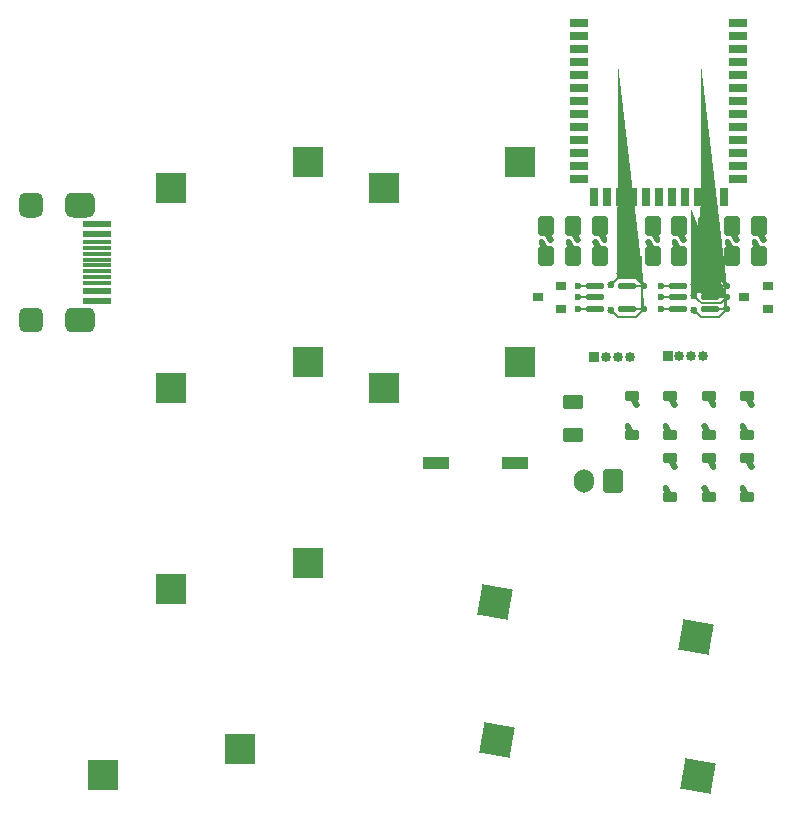
<source format=gbr>
%TF.GenerationSoftware,KiCad,Pcbnew,(5.99.0-11706-g59ad333650)*%
%TF.CreationDate,2021-08-22T22:29:06-05:00*%
%TF.ProjectId,lightwing_prototype,6c696768-7477-4696-9e67-5f70726f746f,rev?*%
%TF.SameCoordinates,Original*%
%TF.FileFunction,Copper,L1,Top*%
%TF.FilePolarity,Positive*%
%FSLAX46Y46*%
G04 Gerber Fmt 4.6, Leading zero omitted, Abs format (unit mm)*
G04 Created by KiCad (PCBNEW (5.99.0-11706-g59ad333650)) date 2021-08-22 22:29:06*
%MOMM*%
%LPD*%
G01*
G04 APERTURE LIST*
G04 Aperture macros list*
%AMRoundRect*
0 Rectangle with rounded corners*
0 $1 Rounding radius*
0 $2 $3 $4 $5 $6 $7 $8 $9 X,Y pos of 4 corners*
0 Add a 4 corners polygon primitive as box body*
4,1,4,$2,$3,$4,$5,$6,$7,$8,$9,$2,$3,0*
0 Add four circle primitives for the rounded corners*
1,1,$1+$1,$2,$3*
1,1,$1+$1,$4,$5*
1,1,$1+$1,$6,$7*
1,1,$1+$1,$8,$9*
0 Add four rect primitives between the rounded corners*
20,1,$1+$1,$2,$3,$4,$5,0*
20,1,$1+$1,$4,$5,$6,$7,0*
20,1,$1+$1,$6,$7,$8,$9,0*
20,1,$1+$1,$8,$9,$2,$3,0*%
%AMRotRect*
0 Rectangle, with rotation*
0 The origin of the aperture is its center*
0 $1 length*
0 $2 width*
0 $3 Rotation angle, in degrees counterclockwise*
0 Add horizontal line*
21,1,$1,$2,0,0,$3*%
%AMFreePoly0*
4,1,36,0.150000,0.259808,0.229813,0.192836,0.281908,0.102606,0.285894,0.080000,0.722099,0.080000,0.743696,0.124776,0.813268,0.180215,0.900000,0.200000,2.000349,0.200000,2.087046,0.180064,2.156522,0.124503,2.195030,0.044310,2.194952,-0.044650,2.156304,-0.124776,2.086732,-0.180215,2.000000,-0.200000,0.899651,-0.200000,0.812954,-0.180064,0.743478,-0.124503,0.722108,-0.080000,
0.285894,-0.080000,0.281908,-0.102606,0.229813,-0.192836,0.150000,-0.259808,0.052094,-0.295442,-0.052094,-0.295442,-0.150000,-0.259808,-0.229813,-0.192836,-0.281908,-0.102606,-0.300000,0.000000,-0.281908,0.102606,-0.229813,0.192836,-0.150000,0.259808,-0.052094,0.295442,0.052094,0.295442,0.150000,0.259808,0.150000,0.259808,$1*%
%AMFreePoly1*
4,1,36,0.150000,0.259808,0.229813,0.192836,0.281908,0.102606,0.300000,0.000000,0.281908,-0.102606,0.229813,-0.192836,0.150000,-0.259808,0.052094,-0.295442,-0.052094,-0.295442,-0.150000,-0.259808,-0.229813,-0.192836,-0.281908,-0.102606,-0.285894,-0.080000,-0.722099,-0.080000,-0.743696,-0.124776,-0.813268,-0.180215,-0.900000,-0.200000,-2.000349,-0.200000,-2.087046,-0.180064,-2.156522,-0.124503,
-2.195030,-0.044310,-2.194952,0.044650,-2.156304,0.124776,-2.086732,0.180215,-2.000000,0.200000,-0.899651,0.200000,-0.812954,0.180064,-0.743478,0.124503,-0.722108,0.080000,-0.285894,0.080000,-0.281908,0.102606,-0.229813,0.192836,-0.150000,0.259808,-0.052094,0.295442,0.052094,0.295442,0.150000,0.259808,0.150000,0.259808,$1*%
%AMFreePoly2*
4,1,54,0.150000,0.259808,0.229813,0.192836,0.281908,0.102606,0.300000,0.000000,0.281908,-0.102606,0.229813,-0.192836,0.150000,-0.259808,0.052094,-0.295442,-0.052094,-0.295442,-0.147559,-0.260696,-0.618431,-0.731569,-0.622499,-0.734418,-0.623577,-0.736284,-0.626884,-0.737488,-0.641191,-0.747505,-0.658589,-0.749027,-0.675000,-0.755000,-2.200000,-0.755000,-2.204890,-0.754138,-2.206973,-0.754696,
-2.210165,-0.753208,-2.227362,-0.750175,-2.240740,-0.738949,-2.256569,-0.731568,-2.638217,-0.349921,-2.650000,-0.359808,-2.747906,-0.395442,-2.852094,-0.395442,-2.950000,-0.359808,-3.029813,-0.292836,-3.081908,-0.202606,-3.100000,-0.100000,-3.081908,0.002606,-3.029813,0.092836,-2.950000,0.159808,-2.852094,0.195442,-2.747906,0.195442,-2.650000,0.159808,-2.570187,0.092836,-2.518092,0.002606,
-2.500000,-0.100000,-2.518092,-0.202606,-2.533159,-0.228703,-2.166863,-0.595000,-0.708138,-0.595000,-0.257690,-0.144553,-0.281908,-0.102606,-0.300000,0.000000,-0.281908,0.102606,-0.229813,0.192836,-0.150000,0.259808,-0.052094,0.295442,0.052094,0.295442,0.150000,0.259808,0.150000,0.259808,$1*%
%AMFreePoly3*
4,1,54,-2.650000,0.359808,-2.570187,0.292836,-2.518092,0.202606,-2.500000,0.100000,-2.518092,-0.002606,-2.540412,-0.041264,-2.168058,-0.395000,-0.508138,-0.395000,-0.257690,-0.144552,-0.281908,-0.102606,-0.300000,0.000000,-0.281908,0.102606,-0.229813,0.192836,-0.150000,0.259808,-0.052094,0.295442,0.052094,0.295442,0.150000,0.259808,0.229813,0.192836,0.281908,0.102606,0.300000,0.000000,
0.281908,-0.102606,0.229813,-0.192836,0.150000,-0.259808,0.052094,-0.295442,-0.052094,-0.295442,-0.147559,-0.260696,-0.418431,-0.531569,-0.422499,-0.534418,-0.423577,-0.536284,-0.426884,-0.537488,-0.441191,-0.547505,-0.458589,-0.549027,-0.475000,-0.555000,-2.200000,-0.555000,-2.203406,-0.554399,-2.204927,-0.554849,-2.207697,-0.553643,-2.227362,-0.550175,-2.239987,-0.539581,-2.255100,-0.533000,
-2.648903,-0.158887,-2.650000,-0.159808,-2.747906,-0.195442,-2.852094,-0.195442,-2.950000,-0.159808,-3.029813,-0.092836,-3.081908,-0.002606,-3.100000,0.100000,-3.081908,0.202606,-3.029813,0.292836,-2.950000,0.359808,-2.852094,0.395442,-2.747906,0.395442,-2.650000,0.359808,-2.650000,0.359808,$1*%
%AMFreePoly4*
4,1,54,-0.670110,0.754138,-0.668027,0.754696,-0.664835,0.753207,-0.647638,0.750175,-0.634262,0.738951,-0.618431,0.731569,-0.147559,0.260696,-0.052094,0.295442,0.052094,0.295442,0.150000,0.259808,0.229813,0.192836,0.281908,0.102606,0.300000,0.000000,0.281908,-0.102606,0.229813,-0.192836,0.150000,-0.259808,0.052094,-0.295442,-0.052094,-0.295442,-0.150000,-0.259808,-0.229813,-0.192836,
-0.281908,-0.102606,-0.300000,0.000000,-0.281908,0.102606,-0.257690,0.144553,-0.708138,0.595000,-2.166863,0.595000,-2.533159,0.228703,-2.518092,0.202606,-2.500000,0.100000,-2.518092,-0.002606,-2.570187,-0.092836,-2.650000,-0.159808,-2.747906,-0.195442,-2.852094,-0.195442,-2.950000,-0.159808,-3.029813,-0.092836,-3.081908,-0.002606,-3.100000,0.100000,-3.081908,0.202606,-3.029813,0.292836,
-2.950000,0.359808,-2.852094,0.395442,-2.747906,0.395442,-2.650000,0.359808,-2.638217,0.349921,-2.256569,0.731568,-2.252502,0.734416,-2.251423,0.736284,-2.248113,0.737489,-2.233809,0.747504,-2.216414,0.749026,-2.200000,0.755000,-0.675000,0.755000,-0.670110,0.754138,-0.670110,0.754138,$1*%
%AMFreePoly5*
4,1,19,0.080057,0.237171,0.164801,0.188864,0.224607,0.111803,0.250371,0.017722,0.238171,-0.079057,0.189864,-0.163800,0.112803,-0.223607,-0.649197,-0.604607,-0.743278,-0.630371,-0.840057,-0.618171,-0.924800,-0.569864,-0.984607,-0.492803,-1.010371,-0.398722,-0.998171,-0.301943,-0.949864,-0.217200,-0.872803,-0.157393,-0.110803,0.223607,-0.016722,0.249371,0.080057,0.237171,0.080057,0.237171,
$1*%
%AMFreePoly6*
4,1,19,0.841057,0.618171,0.925801,0.569864,0.985607,0.492803,1.011371,0.398722,0.999171,0.301943,0.950864,0.217200,0.873803,0.157393,0.111803,-0.223607,0.017722,-0.249371,-0.079057,-0.237171,-0.163800,-0.188864,-0.223607,-0.111803,-0.249371,-0.017722,-0.237171,0.079057,-0.188864,0.163800,-0.111803,0.223607,0.650197,0.604607,0.744278,0.630371,0.841057,0.618171,0.841057,0.618171,
$1*%
G04 Aperture macros list end*
%TA.AperFunction,SMDPad,CuDef*%
%ADD10R,0.900000X0.800000*%
%TD*%
%TA.AperFunction,SMDPad,CuDef*%
%ADD11R,2.160000X1.120000*%
%TD*%
%TA.AperFunction,ComponentPad*%
%ADD12C,0.600000*%
%TD*%
%TA.AperFunction,SMDPad,CuDef*%
%ADD13FreePoly0,0.000000*%
%TD*%
%TA.AperFunction,SMDPad,CuDef*%
%ADD14RoundRect,0.123750X-0.656250X-0.123750X0.656250X-0.123750X0.656250X0.123750X-0.656250X0.123750X0*%
%TD*%
%TA.AperFunction,SMDPad,CuDef*%
%ADD15FreePoly1,0.000000*%
%TD*%
%TA.AperFunction,SMDPad,CuDef*%
%ADD16FreePoly2,0.000000*%
%TD*%
%TA.AperFunction,SMDPad,CuDef*%
%ADD17FreePoly3,0.000000*%
%TD*%
%TA.AperFunction,SMDPad,CuDef*%
%ADD18FreePoly4,0.000000*%
%TD*%
%TA.AperFunction,SMDPad,CuDef*%
%ADD19RoundRect,0.225000X-0.375000X0.225000X-0.375000X-0.225000X0.375000X-0.225000X0.375000X0.225000X0*%
%TD*%
%TA.AperFunction,ComponentPad*%
%ADD20C,0.500000*%
%TD*%
%TA.AperFunction,SMDPad,CuDef*%
%ADD21FreePoly5,270.000000*%
%TD*%
%TA.AperFunction,SMDPad,CuDef*%
%ADD22FreePoly6,270.000000*%
%TD*%
%TA.AperFunction,SMDPad,CuDef*%
%ADD23R,1.524000X0.700000*%
%TD*%
%TA.AperFunction,SMDPad,CuDef*%
%ADD24R,0.700000X1.524000*%
%TD*%
%TA.AperFunction,SMDPad,CuDef*%
%ADD25RotRect,2.600000X2.600000X80.000000*%
%TD*%
%TA.AperFunction,SMDPad,CuDef*%
%ADD26RoundRect,0.350000X-0.350000X0.500500X-0.350000X-0.500500X0.350000X-0.500500X0.350000X0.500500X0*%
%TD*%
%TA.AperFunction,SMDPad,CuDef*%
%ADD27R,2.600000X2.600000*%
%TD*%
%TA.AperFunction,ComponentPad*%
%ADD28RoundRect,0.250000X0.600000X0.750000X-0.600000X0.750000X-0.600000X-0.750000X0.600000X-0.750000X0*%
%TD*%
%TA.AperFunction,ComponentPad*%
%ADD29O,1.700000X2.000000*%
%TD*%
%TA.AperFunction,SMDPad,CuDef*%
%ADD30FreePoly6,90.000000*%
%TD*%
%TA.AperFunction,SMDPad,CuDef*%
%ADD31RoundRect,0.350000X0.350000X-0.500500X0.350000X0.500500X-0.350000X0.500500X-0.350000X-0.500500X0*%
%TD*%
%TA.AperFunction,SMDPad,CuDef*%
%ADD32FreePoly5,90.000000*%
%TD*%
%TA.AperFunction,ComponentPad*%
%ADD33R,0.850000X0.850000*%
%TD*%
%TA.AperFunction,ComponentPad*%
%ADD34O,0.850000X0.850000*%
%TD*%
%TA.AperFunction,SMDPad,CuDef*%
%ADD35R,2.450000X0.570000*%
%TD*%
%TA.AperFunction,SMDPad,CuDef*%
%ADD36R,2.450000X0.300000*%
%TD*%
%TA.AperFunction,SMDPad,CuDef*%
%ADD37RoundRect,0.500000X-0.500000X0.550000X-0.500000X-0.550000X0.500000X-0.550000X0.500000X0.550000X0*%
%TD*%
%TA.AperFunction,ComponentPad*%
%ADD38O,2.100000X1.000000*%
%TD*%
%TA.AperFunction,SMDPad,CuDef*%
%ADD39RoundRect,0.525000X-0.725000X0.525000X-0.725000X-0.525000X0.725000X-0.525000X0.725000X0.525000X0*%
%TD*%
%TA.AperFunction,ComponentPad*%
%ADD40O,1.600000X1.000000*%
%TD*%
%TA.AperFunction,SMDPad,CuDef*%
%ADD41RoundRect,0.250000X0.625000X-0.375000X0.625000X0.375000X-0.625000X0.375000X-0.625000X-0.375000X0*%
%TD*%
G04 APERTURE END LIST*
D10*
%TO.P,Q1,1,G*%
%TO.N,VBUS*%
X119250000Y-58700000D03*
%TO.P,Q1,2,S*%
%TO.N,Net-(C3-Pad1)*%
X119250000Y-56800000D03*
%TO.P,Q1,3,D*%
%TO.N,VBAT*%
X117250000Y-57750000D03*
%TD*%
D11*
%TO.P,SW19,1*%
%TO.N,VBAT*%
X108635000Y-71750000D03*
%TO.P,SW19,2*%
%TO.N,VBAT_IN*%
X115365000Y-71750000D03*
%TD*%
D12*
%TO.P,U4,1,I/O1*%
%TO.N,D-*%
X127700000Y-56800000D03*
D13*
X127700000Y-56800000D03*
D14*
X129150000Y-56800000D03*
%TO.P,U4,2,GND*%
%TO.N,GND*%
X129150000Y-57750000D03*
D12*
X127700000Y-57750000D03*
D13*
X127700000Y-57750000D03*
D14*
%TO.P,U4,3,I/O2*%
%TO.N,D+*%
X129150000Y-58700000D03*
D13*
X127700000Y-58700000D03*
D12*
X127700000Y-58700000D03*
D15*
%TO.P,U4,4,I/O2*%
%TO.N,D_plus*%
X133300000Y-58700000D03*
D12*
X133300000Y-58700000D03*
D14*
X131850000Y-58700000D03*
D12*
X130500000Y-58800000D03*
D16*
X133300000Y-58700000D03*
D14*
%TO.P,U4,5,VBUS*%
%TO.N,VBUS*%
X131850000Y-57750000D03*
D12*
X133300000Y-57750000D03*
X130500000Y-57650000D03*
D17*
X133300000Y-57750000D03*
D15*
X133300000Y-57750000D03*
D12*
%TO.P,U4,6,I/O1*%
%TO.N,D_minus*%
X133300000Y-56800000D03*
D14*
X131850000Y-56800000D03*
D12*
X130500000Y-56700000D03*
D18*
X133300000Y-56800000D03*
D15*
X133300000Y-56800000D03*
%TD*%
D19*
%TO.P,D15,2,A*%
%TO.N,Net-(D15-Pad2)*%
X131750000Y-69400000D03*
D20*
X131369000Y-68620000D03*
D21*
X131750000Y-69401000D03*
D20*
X131369000Y-68620000D03*
%TO.P,D15,1,K*%
%TO.N,ROW0*%
X132131000Y-66861000D03*
D19*
X131750000Y-66100000D03*
D22*
X131750000Y-66099000D03*
D20*
X132131000Y-66861000D03*
%TD*%
D23*
%TO.P,U3,1,GND*%
%TO.N,GND*%
X120750000Y-34549000D03*
%TO.P,U3,2,P1.11*%
%TO.N,unconnected-(U3-Pad2)*%
X120750000Y-35649000D03*
%TO.P,U3,3,P1.10*%
%TO.N,unconnected-(U3-Pad3)*%
X120750000Y-36749000D03*
%TO.P,U3,4,P1.13*%
%TO.N,unconnected-(U3-Pad4)*%
X120750000Y-37849000D03*
%TO.P,U3,5,P1.15*%
%TO.N,unconnected-(U3-Pad5)*%
X120750000Y-38949000D03*
%TO.P,U3,6,P0.03*%
%TO.N,ROW3*%
X120750000Y-40049000D03*
%TO.P,U3,7,P0.02*%
%TO.N,ROW2*%
X120750000Y-41149000D03*
%TO.P,U3,8,P0.28*%
%TO.N,ROW1*%
X120750000Y-42249000D03*
%TO.P,U3,9,P0.29*%
%TO.N,ROW0*%
X120750000Y-43349000D03*
%TO.P,U3,10,P0.30*%
%TO.N,BVOLT*%
X120750000Y-44449000D03*
%TO.P,U3,11,P0.31*%
%TO.N,unconnected-(U3-Pad11)*%
X120750000Y-45549000D03*
%TO.P,U3,12,P0.04*%
%TO.N,unconnected-(U3-Pad12)*%
X120750000Y-46649000D03*
%TO.P,U3,13,P0.05*%
%TO.N,unconnected-(U3-Pad13)*%
X120750000Y-47749000D03*
D24*
%TO.P,U3,14,VDD_nRF*%
%TO.N,+3V3*%
X122000000Y-49249000D03*
%TO.P,U3,15,P0.07*%
%TO.N,unconnected-(U3-Pad15)*%
X123100000Y-49249000D03*
%TO.P,U3,16,P1.09*%
%TO.N,unconnected-(U3-Pad16)*%
X124200000Y-49249000D03*
%TO.P,U3,17,P0.12*%
%TO.N,unconnected-(U3-Pad17)*%
X125300000Y-49249000D03*
%TO.P,U3,18,P0.23*%
%TO.N,SDA*%
X126400000Y-49249000D03*
%TO.P,U3,19,P0.21*%
%TO.N,SCL*%
X127500000Y-49249000D03*
%TO.P,U3,20,P0.19*%
%TO.N,unconnected-(U3-Pad20)*%
X128600000Y-49249000D03*
%TO.P,U3,21,P0.18/RESET*%
%TO.N,RESET*%
X129700000Y-49249000D03*
%TO.P,U3,22,VBUS*%
%TO.N,VBUS*%
X130800000Y-49249000D03*
%TO.P,U3,23,D-*%
%TO.N,D-*%
X131900000Y-49249000D03*
%TO.P,U3,24,D+*%
%TO.N,D+*%
X133000000Y-49249000D03*
D23*
%TO.P,U3,25,GND*%
%TO.N,GND*%
X134250000Y-47749000D03*
%TO.P,U3,26,P0.22*%
%TO.N,COL5*%
X134250000Y-46649000D03*
%TO.P,U3,27,P1.00*%
%TO.N,COL3*%
X134250000Y-45549000D03*
%TO.P,U3,28,P1.03*%
%TO.N,COL2*%
X134250000Y-44449000D03*
%TO.P,U3,29,P1.01*%
%TO.N,COL1*%
X134250000Y-43349000D03*
%TO.P,U3,30,P1.02*%
%TO.N,COL0*%
X134250000Y-42249000D03*
%TO.P,U3,31,SWDCLK*%
%TO.N,SWDCLK*%
X134250000Y-41149000D03*
%TO.P,U3,32,SWDIO*%
%TO.N,SWDIO*%
X134250000Y-40049000D03*
%TO.P,U3,33,P1.04*%
%TO.N,BLUE_LED*%
X134250000Y-38949000D03*
%TO.P,U3,34,P1.06*%
%TO.N,unconnected-(U3-Pad34)*%
X134250000Y-37849000D03*
%TO.P,U3,35,P0.09*%
%TO.N,unconnected-(U3-Pad35)*%
X134250000Y-36749000D03*
%TO.P,U3,36,P0.10*%
%TO.N,unconnected-(U3-Pad36)*%
X134250000Y-35649000D03*
%TO.P,U3,37,GND*%
%TO.N,GND*%
X134250000Y-34549000D03*
%TD*%
D25*
%TO.P,SW14,1,1*%
%TO.N,COL3*%
X113790908Y-95258452D03*
%TO.P,SW14,2,2*%
%TO.N,Net-(D14-Pad2)*%
X113629968Y-83501897D03*
%TD*%
D20*
%TO.P,D17,2,A*%
%TO.N,Net-(D17-Pad2)*%
X134619000Y-73870000D03*
D21*
X135000000Y-74651000D03*
D19*
X135000000Y-74650000D03*
D20*
X134619000Y-73870000D03*
%TO.P,D17,1,K*%
%TO.N,ROW3*%
X135381000Y-72111000D03*
D19*
X135000000Y-71350000D03*
D22*
X135000000Y-71349000D03*
D20*
X135381000Y-72111000D03*
%TD*%
D25*
%TO.P,SW17,1,1*%
%TO.N,COL4*%
X130790908Y-98258452D03*
%TO.P,SW17,2,2*%
%TO.N,Net-(D17-Pad2)*%
X130629968Y-86501897D03*
%TD*%
D26*
%TO.P,C1,1*%
%TO.N,VBUS*%
X127000000Y-51748000D03*
D20*
X127381000Y-52910000D03*
D22*
X127000000Y-52148000D03*
D26*
%TO.P,C1,2*%
%TO.N,GND*%
X127000000Y-54250000D03*
D21*
X127000000Y-53850000D03*
D20*
X126619000Y-53069000D03*
%TD*%
D22*
%TO.P,D13,1,K*%
%TO.N,ROW2*%
X135000000Y-66099000D03*
D20*
X135381000Y-66861000D03*
D19*
X135000000Y-66100000D03*
D20*
X135381000Y-66861000D03*
D21*
%TO.P,D13,2,A*%
%TO.N,Net-(D13-Pad2)*%
X135000000Y-69401000D03*
D20*
X134619000Y-68620000D03*
D19*
X135000000Y-69400000D03*
D20*
X134619000Y-68620000D03*
%TD*%
D27*
%TO.P,SW12,1,1*%
%TO.N,COL3*%
X86225000Y-65450000D03*
%TO.P,SW12,2,2*%
%TO.N,Net-(D12-Pad2)*%
X97775000Y-63250000D03*
%TD*%
D28*
%TO.P,J2,1,Pin_1*%
%TO.N,VBAT_IN*%
X123650000Y-73300000D03*
D29*
%TO.P,J2,2,Pin_2*%
%TO.N,GND*%
X121150000Y-73300000D03*
%TD*%
D21*
%TO.P,D11,2,A*%
%TO.N,Net-(D11-Pad2)*%
X128500000Y-69401000D03*
D19*
X128500000Y-69400000D03*
D20*
X128119000Y-68620000D03*
X128119000Y-68620000D03*
D19*
%TO.P,D11,1,K*%
%TO.N,ROW0*%
X128500000Y-66100000D03*
D20*
X128881000Y-66861000D03*
X128881000Y-66861000D03*
D22*
X128500000Y-66099000D03*
%TD*%
D30*
%TO.P,R3,1*%
%TO.N,Net-(R3-Pad1)*%
X124750000Y-53850000D03*
D20*
X124369000Y-53088000D03*
D31*
X124750000Y-54250000D03*
%TO.P,R3,2*%
%TO.N,GND*%
X124750000Y-51748000D03*
D20*
X125131000Y-52929000D03*
D32*
X124750000Y-52148000D03*
%TD*%
D27*
%TO.P,SW13,1,1*%
%TO.N,COL3*%
X86225000Y-82450000D03*
%TO.P,SW13,2,2*%
%TO.N,Net-(D13-Pad2)*%
X97775000Y-80250000D03*
%TD*%
D26*
%TO.P,R7,1*%
%TO.N,BVOLT*%
X122500000Y-51748000D03*
D20*
X122881000Y-52910000D03*
D22*
X122500000Y-52148000D03*
D21*
%TO.P,R7,2*%
%TO.N,GND*%
X122500000Y-53850000D03*
D26*
X122500000Y-54250000D03*
D20*
X122119000Y-53069000D03*
%TD*%
D33*
%TO.P,J4,1,Pin_1*%
%TO.N,GND*%
X128250000Y-62750000D03*
D34*
%TO.P,J4,2,Pin_2*%
%TO.N,SWDCLK*%
X129250000Y-62750000D03*
%TO.P,J4,3,Pin_3*%
%TO.N,SWDIO*%
X130250000Y-62750000D03*
%TO.P,J4,4,Pin_4*%
%TO.N,+3V3*%
X131250000Y-62750000D03*
%TD*%
D27*
%TO.P,SW10,1,1*%
%TO.N,COL2*%
X80475000Y-98200000D03*
%TO.P,SW10,2,2*%
%TO.N,Net-(D10-Pad2)*%
X92025000Y-96000000D03*
%TD*%
%TO.P,SW11,1,1*%
%TO.N,COL3*%
X86225000Y-48450000D03*
%TO.P,SW11,2,2*%
%TO.N,Net-(D11-Pad2)*%
X97775000Y-46250000D03*
%TD*%
%TO.P,SW16,1,1*%
%TO.N,COL4*%
X104225000Y-65450000D03*
%TO.P,SW16,2,2*%
%TO.N,Net-(D16-Pad2)*%
X115775000Y-63250000D03*
%TD*%
D26*
%TO.P,C5,1*%
%TO.N,VBUS*%
X131500000Y-51749000D03*
D22*
X131500000Y-52149000D03*
D20*
X131881000Y-52911000D03*
D26*
%TO.P,C5,2*%
%TO.N,GND*%
X131500000Y-54251000D03*
D21*
X131500000Y-53851000D03*
D20*
X131119000Y-53070000D03*
%TD*%
%TO.P,D12,1,K*%
%TO.N,ROW1*%
X125631000Y-66861000D03*
D22*
X125250000Y-66099000D03*
D19*
X125250000Y-66100000D03*
D20*
X125631000Y-66861000D03*
%TO.P,D12,2,A*%
%TO.N,Net-(D12-Pad2)*%
X124869000Y-68620000D03*
D19*
X125250000Y-69400000D03*
D21*
X125250000Y-69401000D03*
D20*
X124869000Y-68620000D03*
%TD*%
D33*
%TO.P,J3,1,Pin_1*%
%TO.N,GND*%
X122050000Y-62840000D03*
D34*
%TO.P,J3,2,Pin_2*%
%TO.N,+5V*%
X123050000Y-62840000D03*
%TO.P,J3,3,Pin_3*%
%TO.N,SCL*%
X124050000Y-62840000D03*
%TO.P,J3,4,Pin_4*%
%TO.N,SDA*%
X125050000Y-62840000D03*
%TD*%
D20*
%TO.P,R5,1*%
%TO.N,VBUS*%
X129631000Y-52911000D03*
D22*
X129250000Y-52149000D03*
D26*
X129250000Y-51749000D03*
D20*
%TO.P,R5,2*%
%TO.N,GND*%
X128869000Y-53070000D03*
D26*
X129250000Y-54251000D03*
D21*
X129250000Y-53851000D03*
%TD*%
D19*
%TO.P,D14,2,A*%
%TO.N,Net-(D14-Pad2)*%
X131750000Y-74650000D03*
D21*
X131750000Y-74651000D03*
D20*
X131369000Y-73870000D03*
X131369000Y-73870000D03*
D22*
%TO.P,D14,1,K*%
%TO.N,ROW3*%
X131750000Y-71349000D03*
D20*
X132131000Y-72111000D03*
X132131000Y-72111000D03*
D19*
X131750000Y-71350000D03*
%TD*%
D31*
%TO.P,C3,1*%
%TO.N,Net-(C3-Pad1)*%
X133750000Y-54250000D03*
D20*
X133369000Y-53088000D03*
D30*
X133750000Y-53850000D03*
D20*
%TO.P,C3,2*%
%TO.N,GND*%
X134131000Y-52929000D03*
D31*
X133750000Y-51748000D03*
D32*
X133750000Y-52148000D03*
%TD*%
D27*
%TO.P,SW15,1,1*%
%TO.N,COL4*%
X104225000Y-48450000D03*
%TO.P,SW15,2,2*%
%TO.N,Net-(D15-Pad2)*%
X115775000Y-46250000D03*
%TD*%
D12*
%TO.P,U1,1,STAT*%
%TO.N,Net-(R4-Pad2)*%
X120700000Y-56800000D03*
D14*
X122150000Y-56800000D03*
D13*
X120700000Y-56800000D03*
D12*
%TO.P,U1,2,VSS*%
%TO.N,GND*%
X120700000Y-57750000D03*
D13*
X120700000Y-57750000D03*
D14*
X122150000Y-57750000D03*
%TO.P,U1,3,VBAT*%
%TO.N,VBAT*%
X122150000Y-58700000D03*
D13*
X120700000Y-58700000D03*
D12*
X120700000Y-58700000D03*
D15*
%TO.P,U1,4,VDD*%
%TO.N,VBUS*%
X126300000Y-58700000D03*
D12*
X123500000Y-58800000D03*
D16*
X126300000Y-58700000D03*
D14*
X124850000Y-58700000D03*
D12*
X126300000Y-58700000D03*
%TO.P,U1,5,PROG*%
%TO.N,Net-(R3-Pad1)*%
X126300000Y-56800000D03*
D15*
X126300000Y-56800000D03*
D12*
X123500000Y-56700000D03*
D14*
X124850000Y-56800000D03*
D18*
X126300000Y-56800000D03*
%TD*%
D10*
%TO.P,U2,1,GND*%
%TO.N,GND*%
X136750000Y-58700000D03*
%TO.P,U2,2,VO*%
%TO.N,+3V3*%
X136750000Y-56800000D03*
%TO.P,U2,3,VI*%
%TO.N,Net-(C3-Pad1)*%
X134750000Y-57750000D03*
%TD*%
D35*
%TO.P,J1,A1,GND*%
%TO.N,GND*%
X79925000Y-51575000D03*
%TO.P,J1,A4,VBUS*%
%TO.N,VBUS*%
X79925000Y-52350000D03*
D36*
%TO.P,J1,A5,CC1*%
%TO.N,Net-(J1-PadA5)*%
X79925000Y-53550000D03*
%TO.P,J1,A6,D+*%
%TO.N,D_plus*%
X79925000Y-54550000D03*
%TO.P,J1,A7,D-*%
%TO.N,D_minus*%
X79925000Y-55050000D03*
D35*
%TO.P,J1,B1,GND*%
%TO.N,GND*%
X79925000Y-58025000D03*
%TO.P,J1,B4,VBUS*%
%TO.N,VBUS*%
X79925000Y-57250000D03*
D36*
%TO.P,J1,B5,CC2*%
%TO.N,Net-(J1-PadB5)*%
X79925000Y-56550000D03*
%TO.P,J1,B6,D+*%
%TO.N,D_plus*%
X79925000Y-55550000D03*
%TO.P,J1,B7,D-*%
%TO.N,D_minus*%
X79925000Y-54050000D03*
D37*
%TO.P,J1,S1,SHIELD*%
%TO.N,GND*%
X74330000Y-49950000D03*
X74330000Y-59650000D03*
D38*
X78510000Y-50480000D03*
D39*
X78510000Y-49950000D03*
X78510000Y-59650000D03*
D40*
X74330000Y-59120000D03*
X74330000Y-50480000D03*
D38*
X78510000Y-59120000D03*
D36*
%TO.P,J1,~*%
%TO.N,N/C*%
X79925000Y-53050000D03*
X79925000Y-56050000D03*
%TD*%
D41*
%TO.P,D29,1,K*%
%TO.N,Net-(C3-Pad1)*%
X120250000Y-69400000D03*
%TO.P,D29,2,A*%
%TO.N,VBUS*%
X120250000Y-66600000D03*
%TD*%
D20*
%TO.P,C4,1*%
%TO.N,+3V3*%
X136381000Y-52910000D03*
D22*
X136000000Y-52148000D03*
D26*
X136000000Y-51748000D03*
D21*
%TO.P,C4,2*%
%TO.N,GND*%
X136000000Y-53850000D03*
D26*
X136000000Y-54250000D03*
D20*
X135619000Y-53069000D03*
%TD*%
%TO.P,D10,2,A*%
%TO.N,Net-(D10-Pad2)*%
X128119000Y-73870000D03*
X128119000Y-73870000D03*
D21*
X128500000Y-74651000D03*
D19*
X128500000Y-74650000D03*
%TO.P,D10,1,K*%
%TO.N,ROW3*%
X128500000Y-71350000D03*
D20*
X128881000Y-72111000D03*
X128881000Y-72111000D03*
D22*
X128500000Y-71349000D03*
%TD*%
D31*
%TO.P,R6,1*%
%TO.N,VBAT*%
X120250000Y-54250000D03*
D30*
X120250000Y-53850000D03*
D20*
X119869000Y-53088000D03*
D32*
%TO.P,R6,2*%
%TO.N,BVOLT*%
X120250000Y-52148000D03*
D20*
X120631000Y-52929000D03*
D31*
X120250000Y-51748000D03*
%TD*%
%TO.P,C2,1*%
%TO.N,VBAT*%
X118000000Y-54250000D03*
D20*
X117619000Y-53088000D03*
D30*
X118000000Y-53850000D03*
D20*
%TO.P,C2,2*%
%TO.N,GND*%
X118381000Y-52929000D03*
D31*
X118000000Y-51748000D03*
D32*
X118000000Y-52148000D03*
%TD*%
M02*

</source>
